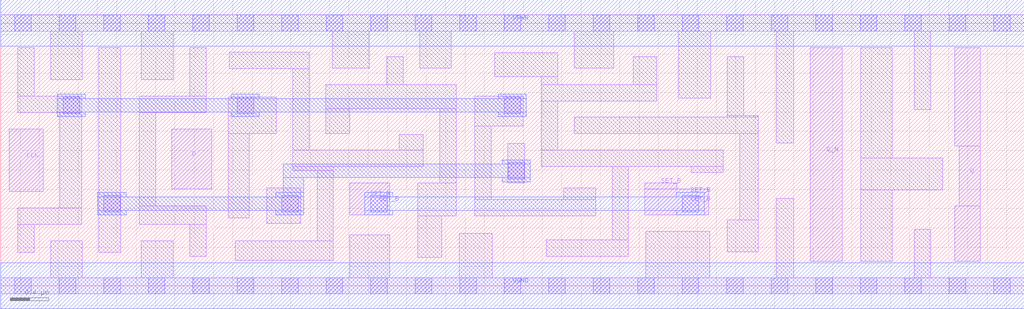
<source format=lef>
# Copyright 2020 The SkyWater PDK Authors
#
# Licensed under the Apache License, Version 2.0 (the "License");
# you may not use this file except in compliance with the License.
# You may obtain a copy of the License at
#
#     https://www.apache.org/licenses/LICENSE-2.0
#
# Unless required by applicable law or agreed to in writing, software
# distributed under the License is distributed on an "AS IS" BASIS,
# WITHOUT WARRANTIES OR CONDITIONS OF ANY KIND, either express or implied.
# See the License for the specific language governing permissions and
# limitations under the License.
#
# SPDX-License-Identifier: Apache-2.0

VERSION 5.7 ;
  NAMESCASESENSITIVE ON ;
  NOWIREEXTENSIONATPIN ON ;
  DIVIDERCHAR "/" ;
  BUSBITCHARS "[]" ;
UNITS
  DATABASE MICRONS 200 ;
END UNITS
MACRO sky130_fd_sc_hd__dfsbp_1
  CLASS CORE ;
  FOREIGN sky130_fd_sc_hd__dfsbp_1 ;
  ORIGIN  0.000000  0.000000 ;
  SIZE  10.58000 BY  2.720000 ;
  SYMMETRY X Y R90 ;
  SITE unithd ;
  PIN D
    ANTENNAGATEAREA  0.222000 ;
    DIRECTION INPUT ;
    USE SIGNAL ;
    PORT
      LAYER li1 ;
        RECT 1.770000 1.005000 2.180000 1.625000 ;
    END
  END D
  PIN Q
    ANTENNADIFFAREA  0.429000 ;
    DIRECTION OUTPUT ;
    USE SIGNAL ;
    PORT
      LAYER li1 ;
        RECT 9.865000 0.255000 10.125000 0.825000 ;
        RECT 9.865000 1.445000 10.125000 2.465000 ;
        RECT 9.910000 0.825000 10.125000 1.445000 ;
    END
  END Q
  PIN Q_N
    ANTENNADIFFAREA  0.429000 ;
    DIRECTION OUTPUT ;
    USE SIGNAL ;
    PORT
      LAYER li1 ;
        RECT 8.370000 0.255000 8.700000 2.465000 ;
    END
  END Q_N
  PIN SET_B
    ANTENNAGATEAREA  0.252000 ;
    DIRECTION INPUT ;
    USE SIGNAL ;
    PORT
      LAYER li1 ;
        RECT 3.610000 0.735000 4.020000 1.065000 ;
      LAYER mcon ;
        RECT 3.825000 0.765000 3.995000 0.935000 ;
    END
    PORT
      LAYER li1 ;
        RECT 6.660000 0.735000 7.320000 1.005000 ;
        RECT 6.660000 1.005000 6.990000 1.065000 ;
      LAYER mcon ;
        RECT 7.045000 0.765000 7.215000 0.935000 ;
    END
    PORT
      LAYER met1 ;
        RECT 3.765000 0.735000 4.055000 0.780000 ;
        RECT 3.765000 0.780000 7.275000 0.920000 ;
        RECT 3.765000 0.920000 4.055000 0.965000 ;
        RECT 6.985000 0.735000 7.275000 0.780000 ;
        RECT 6.985000 0.920000 7.275000 0.965000 ;
    END
  END SET_B
  PIN CLK
    ANTENNAGATEAREA  0.159000 ;
    DIRECTION INPUT ;
    USE CLOCK ;
    PORT
      LAYER li1 ;
        RECT 0.090000 0.975000 0.440000 1.625000 ;
    END
  END CLK
  PIN VGND
    DIRECTION INOUT ;
    SHAPE ABUTMENT ;
    USE GROUND ;
    PORT
      LAYER met1 ;
        RECT 0.000000 -0.240000 10.580000 0.240000 ;
    END
  END VGND
  PIN VPWR
    DIRECTION INOUT ;
    SHAPE ABUTMENT ;
    USE POWER ;
    PORT
      LAYER met1 ;
        RECT 0.000000 2.480000 10.580000 2.960000 ;
    END
  END VPWR
  OBS
    LAYER li1 ;
      RECT 0.000000 -0.085000 10.580000 0.085000 ;
      RECT 0.000000  2.635000 10.580000 2.805000 ;
      RECT 0.175000  0.345000  0.345000 0.635000 ;
      RECT 0.175000  0.635000  0.840000 0.805000 ;
      RECT 0.175000  1.795000  0.840000 1.965000 ;
      RECT 0.175000  1.965000  0.345000 2.465000 ;
      RECT 0.515000  0.085000  0.845000 0.465000 ;
      RECT 0.515000  2.135000  0.845000 2.635000 ;
      RECT 0.610000  0.805000  0.840000 1.795000 ;
      RECT 1.015000  0.345000  1.240000 2.465000 ;
      RECT 1.430000  0.635000  2.125000 0.825000 ;
      RECT 1.430000  0.825000  1.600000 1.795000 ;
      RECT 1.430000  1.795000  2.125000 1.965000 ;
      RECT 1.455000  0.085000  1.785000 0.465000 ;
      RECT 1.455000  2.135000  1.785000 2.635000 ;
      RECT 1.955000  0.305000  2.125000 0.635000 ;
      RECT 1.955000  1.965000  2.125000 2.465000 ;
      RECT 2.350000  0.705000  2.570000 1.575000 ;
      RECT 2.350000  1.575000  2.850000 1.955000 ;
      RECT 2.360000  2.250000  3.190000 2.420000 ;
      RECT 2.425000  0.265000  3.440000 0.465000 ;
      RECT 2.750000  0.645000  3.100000 1.015000 ;
      RECT 3.020000  1.195000  3.440000 1.235000 ;
      RECT 3.020000  1.235000  4.370000 1.405000 ;
      RECT 3.020000  1.405000  3.190000 2.250000 ;
      RECT 3.270000  0.465000  3.440000 1.195000 ;
      RECT 3.360000  1.575000  3.610000 1.835000 ;
      RECT 3.360000  1.835000  4.710000 2.085000 ;
      RECT 3.430000  2.255000  3.810000 2.635000 ;
      RECT 3.610000  0.085000  4.020000 0.525000 ;
      RECT 3.990000  2.085000  4.160000 2.375000 ;
      RECT 4.120000  1.405000  4.370000 1.565000 ;
      RECT 4.310000  0.295000  4.560000 0.725000 ;
      RECT 4.310000  0.725000  4.710000 1.065000 ;
      RECT 4.330000  2.255000  4.660000 2.635000 ;
      RECT 4.540000  1.065000  4.710000 1.835000 ;
      RECT 4.740000  0.085000  5.080000 0.545000 ;
      RECT 4.900000  0.725000  6.150000 0.895000 ;
      RECT 4.900000  0.895000  5.070000 1.655000 ;
      RECT 4.900000  1.655000  5.400000 1.965000 ;
      RECT 5.110000  2.165000  5.760000 2.415000 ;
      RECT 5.240000  1.065000  5.420000 1.475000 ;
      RECT 5.590000  1.235000  7.470000 1.405000 ;
      RECT 5.590000  1.405000  5.760000 1.915000 ;
      RECT 5.590000  1.915000  6.780000 2.085000 ;
      RECT 5.590000  2.085000  5.760000 2.165000 ;
      RECT 5.640000  0.305000  6.490000 0.475000 ;
      RECT 5.820000  0.895000  6.150000 1.015000 ;
      RECT 5.930000  1.575000  7.830000 1.745000 ;
      RECT 5.930000  2.255000  6.340000 2.635000 ;
      RECT 6.320000  0.475000  6.490000 1.235000 ;
      RECT 6.540000  2.085000  6.780000 2.375000 ;
      RECT 6.670000  0.085000  7.330000 0.565000 ;
      RECT 7.010000  1.945000  7.340000 2.635000 ;
      RECT 7.140000  1.175000  7.470000 1.235000 ;
      RECT 7.510000  0.350000  7.830000 0.680000 ;
      RECT 7.510000  1.745000  7.830000 1.765000 ;
      RECT 7.510000  1.765000  7.680000 2.375000 ;
      RECT 7.640000  0.680000  7.830000 1.575000 ;
      RECT 8.020000  0.085000  8.200000 0.905000 ;
      RECT 8.020000  1.480000  8.200000 2.635000 ;
      RECT 8.890000  0.255000  9.220000 0.995000 ;
      RECT 8.890000  0.995000  9.740000 1.325000 ;
      RECT 8.890000  1.325000  9.220000 2.465000 ;
      RECT 9.445000  0.085000  9.615000 0.585000 ;
      RECT 9.445000  1.825000  9.615000 2.635000 ;
    LAYER mcon ;
      RECT  0.145000 -0.085000  0.315000 0.085000 ;
      RECT  0.145000  2.635000  0.315000 2.805000 ;
      RECT  0.605000 -0.085000  0.775000 0.085000 ;
      RECT  0.605000  2.635000  0.775000 2.805000 ;
      RECT  0.645000  1.785000  0.815000 1.955000 ;
      RECT  1.065000 -0.085000  1.235000 0.085000 ;
      RECT  1.065000  0.765000  1.235000 0.935000 ;
      RECT  1.065000  2.635000  1.235000 2.805000 ;
      RECT  1.525000 -0.085000  1.695000 0.085000 ;
      RECT  1.525000  2.635000  1.695000 2.805000 ;
      RECT  1.985000 -0.085000  2.155000 0.085000 ;
      RECT  1.985000  2.635000  2.155000 2.805000 ;
      RECT  2.445000 -0.085000  2.615000 0.085000 ;
      RECT  2.445000  1.785000  2.615000 1.955000 ;
      RECT  2.445000  2.635000  2.615000 2.805000 ;
      RECT  2.905000 -0.085000  3.075000 0.085000 ;
      RECT  2.905000  0.765000  3.075000 0.935000 ;
      RECT  2.905000  2.635000  3.075000 2.805000 ;
      RECT  3.365000 -0.085000  3.535000 0.085000 ;
      RECT  3.365000  2.635000  3.535000 2.805000 ;
      RECT  3.825000 -0.085000  3.995000 0.085000 ;
      RECT  3.825000  2.635000  3.995000 2.805000 ;
      RECT  4.285000 -0.085000  4.455000 0.085000 ;
      RECT  4.285000  2.635000  4.455000 2.805000 ;
      RECT  4.745000 -0.085000  4.915000 0.085000 ;
      RECT  4.745000  2.635000  4.915000 2.805000 ;
      RECT  5.205000 -0.085000  5.375000 0.085000 ;
      RECT  5.205000  1.785000  5.375000 1.955000 ;
      RECT  5.205000  2.635000  5.375000 2.805000 ;
      RECT  5.245000  1.105000  5.415000 1.275000 ;
      RECT  5.665000 -0.085000  5.835000 0.085000 ;
      RECT  5.665000  2.635000  5.835000 2.805000 ;
      RECT  6.125000 -0.085000  6.295000 0.085000 ;
      RECT  6.125000  2.635000  6.295000 2.805000 ;
      RECT  6.585000 -0.085000  6.755000 0.085000 ;
      RECT  6.585000  2.635000  6.755000 2.805000 ;
      RECT  7.045000 -0.085000  7.215000 0.085000 ;
      RECT  7.045000  2.635000  7.215000 2.805000 ;
      RECT  7.505000 -0.085000  7.675000 0.085000 ;
      RECT  7.505000  2.635000  7.675000 2.805000 ;
      RECT  7.965000 -0.085000  8.135000 0.085000 ;
      RECT  7.965000  2.635000  8.135000 2.805000 ;
      RECT  8.425000 -0.085000  8.595000 0.085000 ;
      RECT  8.425000  2.635000  8.595000 2.805000 ;
      RECT  8.885000 -0.085000  9.055000 0.085000 ;
      RECT  8.885000  2.635000  9.055000 2.805000 ;
      RECT  9.345000 -0.085000  9.515000 0.085000 ;
      RECT  9.345000  2.635000  9.515000 2.805000 ;
      RECT  9.805000 -0.085000  9.975000 0.085000 ;
      RECT  9.805000  2.635000  9.975000 2.805000 ;
      RECT 10.265000 -0.085000 10.435000 0.085000 ;
      RECT 10.265000  2.635000 10.435000 2.805000 ;
    LAYER met1 ;
      RECT 0.585000 1.755000 0.875000 1.800000 ;
      RECT 0.585000 1.800000 5.435000 1.940000 ;
      RECT 0.585000 1.940000 0.875000 1.985000 ;
      RECT 1.005000 0.735000 1.295000 0.780000 ;
      RECT 1.005000 0.780000 3.135000 0.920000 ;
      RECT 1.005000 0.920000 1.295000 0.965000 ;
      RECT 2.385000 1.755000 2.675000 1.800000 ;
      RECT 2.385000 1.940000 2.675000 1.985000 ;
      RECT 2.845000 0.735000 3.135000 0.780000 ;
      RECT 2.845000 0.920000 3.135000 0.965000 ;
      RECT 2.920000 0.965000 3.135000 1.120000 ;
      RECT 2.920000 1.120000 5.475000 1.260000 ;
      RECT 5.145000 1.755000 5.435000 1.800000 ;
      RECT 5.145000 1.940000 5.435000 1.985000 ;
      RECT 5.185000 1.075000 5.475000 1.120000 ;
      RECT 5.185000 1.260000 5.475000 1.305000 ;
  END
END sky130_fd_sc_hd__dfsbp_1
END LIBRARY

</source>
